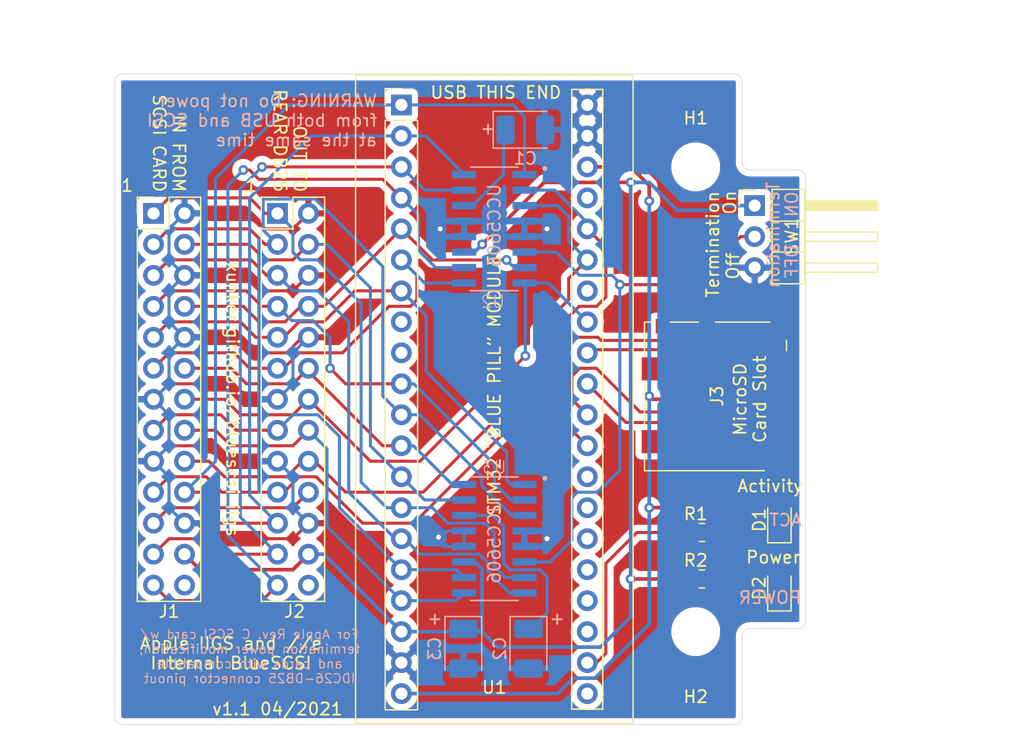
<source format=kicad_pcb>
(kicad_pcb (version 20171130) (host pcbnew "(5.1.8-0-10_14)")
  (layers (0 F.Cu signal) (31 B.Cu signal) (34 B.Paste user) (35 F.Paste user) (36 B.SilkS user) (37 F.SilkS user) (38 B.Mask user) (39 F.Mask user) (44 Edge.Cuts user))
  (net 0 "")
  (net 1 "Net-(U1-Pad37)")
  (net 2 "Net-(U1-Pad34)")
  (net 3 "Net-(U1-Pad8)")
  (net 4 "Net-(U1-Pad9)")
  (net 5 "Net-(U1-Pad28)")
  (net 6 "Net-(U1-Pad25)")
  (net 7 "Net-(U1-Pad24)")
  (net 8 "Net-(U1-Pad23)")
  (net 9 "Net-(U1-Pad21)")
  (net 10 "Net-(J1-Pad26)")
  (net 11 "Net-(J2-Pad26)")
  (net 12 +5V)
  (net 13 GND)
  (net 14 /SCSI_DB4)
  (net 15 /SCSI_DB2)
  (net 16 /SCSI_DB1)
  (net 17 /SCSI_DBP)
  (net 18 /SCSI_SEL)
  (net 19 /SCSI_ATN)
  (net 20 /SCSI_C_D)
  (net 21 /SCSI_DB7)
  (net 22 /SCSI_DB6)
  (net 23 /SCSI_DB5)
  (net 24 /SCSI_DB3)
  (net 25 /SCSI_DB0)
  (net 26 /SCSI_BSY)
  (net 27 /SCSI_ACK)
  (net 28 /SCSI_RST)
  (net 29 /SCSI_I_O)
  (net 30 /SCSI_MSG)
  (net 31 /SCSI_REQ)
  (net 32 /SD_MISO)
  (net 33 /SD_CSK)
  (net 34 +3V3)
  (net 35 /SD_MOSI)
  (net 36 /SD_CS)
  (net 37 "Net-(J3-Pad8)")
  (net 38 "Net-(J3-Pad1)")
  (net 39 "Net-(D2-Pad2)")
  (net 40 "Net-(R1-Pad2)")
  (net 41 "Net-(C1-Pad1)")
  (net 42 "Net-(C2-Pad1)")
  (net 43 /TERM_DISC)
  (net 44 "Net-(D1-Pad1)")
  (net 45 /DEBUG_RX)
  (net 46 /DEBUG_TX)
  (module Capacitor_Tantalum_SMD:CP_EIA-3528-21_Kemet-B_Pad1.50x2.35mm_HandSolder (layer B.Cu) (at 157.48 95.377 270)
    (fp_text reference C3 (at 0 2.35 90) (layer B.SilkS) (effects (justify mirror)))
    (fp_text value "4.7uF, 6.3v")
    (pad 2 smd roundrect (at 1.625 0 270) (size 1.5 2.35) (layers B.Cu B.Paste B.Mask) (roundrect_rratio 0.166667) (net 13 GND))
    (pad 1 smd roundrect (at -1.625 0 270) (size 1.5 2.35) (layers B.Cu B.Paste B.Mask) (roundrect_rratio 0.166667) (net 12 +5V))
  )
  (module Capacitor_Tantalum_SMD:CP_EIA-3528-21_Kemet-B_Pad1.50x2.35mm_HandSolder (layer B.Cu) (at 162.814 95.377 270)
    (fp_text reference C2 (at 0 2.35 90) (layer B.SilkS) (effects (justify mirror)))
    (fp_text value "4.7uF, 6.3v")
    (pad 2 smd roundrect (at 1.625 0 270) (size 1.5 2.35) (layers B.Cu B.Paste B.Mask) (roundrect_rratio 0.166667) (net 13 GND))
    (pad 1 smd roundrect (at -1.625 0 270) (size 1.5 2.35) (layers B.Cu B.Paste B.Mask) (roundrect_rratio 0.166667) (net 42 "Net-(C2-Pad1)"))
  )
  (module Capacitor_Tantalum_SMD:CP_EIA-3528-21_Kemet-B_Pad1.50x2.35mm_HandSolder (layer B.Cu) (at 162.56 52.832)
    (fp_text reference C1 (at 0 2.35) (layer B.SilkS) (effects (justify mirror)))
    (fp_text value "4.7uF, 6.3v")
    (pad 2 smd roundrect (at 1.625 0) (size 1.5 2.35) (layers B.Cu B.Paste B.Mask) (roundrect_rratio 0.166667) (net 13 GND))
    (pad 1 smd roundrect (at -1.625 0) (size 1.5 2.35) (layers B.Cu B.Paste B.Mask) (roundrect_rratio 0.166667) (net 41 "Net-(C1-Pad1)"))
  )
  (module LED_SMD:LED_0805_2012Metric_Pad1.15x1.40mm_HandSolder (layer F.Cu) (at 183.388 90.424 90)
    (fp_text reference D2 (at 0 -1.65 90) (layer F.SilkS))
    (fp_text value LED)
    (pad 2 smd roundrect (at 1.025 0 90) (size 1.15 1.4) (layers F.Cu F.Paste F.Mask) (roundrect_rratio 0.217391) (net 39 "Net-(D2-Pad2)"))
    (pad 1 smd roundrect (at -1.025 0 90) (size 1.15 1.4) (layers F.Cu F.Paste F.Mask) (roundrect_rratio 0.217391) (net 13 GND))
  )
  (module LED_SMD:LED_0805_2012Metric_Pad1.15x1.40mm_HandSolder (layer F.Cu) (at 183.388 84.836 90)
    (fp_text reference D1 (at 0 -1.65 90) (layer F.SilkS))
    (fp_text value LED)
    (pad 2 smd roundrect (at 1.025 0 90) (size 1.15 1.4) (layers F.Cu F.Paste F.Mask) (roundrect_rratio 0.217391) (net 34 +3V3))
    (pad 1 smd roundrect (at -1.025 0 90) (size 1.15 1.4) (layers F.Cu F.Paste F.Mask) (roundrect_rratio 0.217391) (net 44 "Net-(D1-Pad1)"))
  )
  (module Resistor_SMD:R_0805_2012Metric_Pad1.20x1.40mm_HandSolder (layer F.Cu) (at 177.038 89.662 180)
    (fp_text reference R2 (at 0.508 1.524) (layer F.SilkS))
    (fp_text value 470)
    (pad 2 smd roundrect (at 1 0 180) (size 1.2 1.4) (layers F.Cu F.Paste F.Mask) (roundrect_rratio 0.208333) (net 12 +5V))
    (pad 1 smd roundrect (at -1 0 180) (size 1.2 1.4) (layers F.Cu F.Paste F.Mask) (roundrect_rratio 0.208333) (net 39 "Net-(D2-Pad2)"))
  )
  (module Resistor_SMD:R_0805_2012Metric_Pad1.20x1.40mm_HandSolder (layer F.Cu) (at 177.038 85.852 180)
    (fp_text reference R1 (at 0.508 1.524) (layer F.SilkS))
    (fp_text value 330)
    (pad 2 smd roundrect (at 1 0 180) (size 1.2 1.4) (layers F.Cu F.Paste F.Mask) (roundrect_rratio 0.208333) (net 40 "Net-(R1-Pad2)"))
    (pad 1 smd roundrect (at -1 0 180) (size 1.2 1.4) (layers F.Cu F.Paste F.Mask) (roundrect_rratio 0.208333) (net 44 "Net-(D1-Pad1)"))
  )
  (module Connector_PinHeader_2.54mm:PinHeader_1x03_P2.54mm_Horizontal (layer F.Cu) (at 181.356 59.055)
    (fp_text reference SW1 (at 3.048 2.54 90) (layer F.SilkS))
    (fp_text value SW_SPDT)
    (pad 3 thru_hole oval (at 0 5.08) (size 1.7 1.7) (drill 1) (layers *.Cu *.Mask) (net 13 GND))
    (pad 2 thru_hole oval (at 0 2.54) (size 1.7 1.7) (drill 1) (layers *.Cu *.Mask) (net 43 /TERM_DISC))
    (pad 1 thru_hole rect (at 0 0) (size 1.7 1.7) (drill 1) (layers *.Cu *.Mask) (net 12 +5V))
  )
  (module Connector_PinHeader_2.54mm:PinHeader_2x13_P2.54mm_Vertical (layer F.Cu) (at 142.24 59.69)
    (fp_text reference J2 (at 1.397 32.639) (layer F.SilkS))
    (fp_text value Conn_02x13_Odd_Even)
    (pad 26 thru_hole oval (at 2.54 30.48) (size 1.7 1.7) (drill 1) (layers *.Cu *.Mask) (net 11 "Net-(J2-Pad26)"))
    (pad 25 thru_hole oval (at 0 30.48) (size 1.7 1.7) (drill 1) (layers *.Cu *.Mask) (net 21 /SCSI_DB7))
    (pad 24 thru_hole oval (at 2.54 27.94) (size 1.7 1.7) (drill 1) (layers *.Cu *.Mask) (net 12 +5V))
    (pad 23 thru_hole oval (at 0 27.94) (size 1.7 1.7) (drill 1) (layers *.Cu *.Mask) (net 22 /SCSI_DB6))
    (pad 22 thru_hole oval (at 2.54 25.4) (size 1.7 1.7) (drill 1) (layers *.Cu *.Mask) (net 13 GND))
    (pad 21 thru_hole oval (at 0 25.4) (size 1.7 1.7) (drill 1) (layers *.Cu *.Mask) (net 23 /SCSI_DB5))
    (pad 20 thru_hole oval (at 2.54 22.86) (size 1.7 1.7) (drill 1) (layers *.Cu *.Mask) (net 14 /SCSI_DB4))
    (pad 19 thru_hole oval (at 0 22.86) (size 1.7 1.7) (drill 1) (layers *.Cu *.Mask) (net 24 /SCSI_DB3))
    (pad 18 thru_hole oval (at 2.54 20.32) (size 1.7 1.7) (drill 1) (layers *.Cu *.Mask) (net 15 /SCSI_DB2))
    (pad 17 thru_hole oval (at 0 20.32) (size 1.7 1.7) (drill 1) (layers *.Cu *.Mask) (net 13 GND))
    (pad 16 thru_hole oval (at 2.54 17.78) (size 1.7 1.7) (drill 1) (layers *.Cu *.Mask) (net 16 /SCSI_DB1))
    (pad 15 thru_hole oval (at 0 17.78) (size 1.7 1.7) (drill 1) (layers *.Cu *.Mask) (net 25 /SCSI_DB0))
    (pad 14 thru_hole oval (at 2.54 15.24) (size 1.7 1.7) (drill 1) (layers *.Cu *.Mask) (net 17 /SCSI_DBP))
    (pad 13 thru_hole oval (at 0 15.24) (size 1.7 1.7) (drill 1) (layers *.Cu *.Mask) (net 13 GND))
    (pad 12 thru_hole oval (at 2.54 12.7) (size 1.7 1.7) (drill 1) (layers *.Cu *.Mask) (net 18 /SCSI_SEL))
    (pad 11 thru_hole oval (at 0 12.7) (size 1.7 1.7) (drill 1) (layers *.Cu *.Mask) (net 26 /SCSI_BSY))
    (pad 10 thru_hole oval (at 2.54 10.16) (size 1.7 1.7) (drill 1) (layers *.Cu *.Mask) (net 13 GND))
    (pad 9 thru_hole oval (at 0 10.16) (size 1.7 1.7) (drill 1) (layers *.Cu *.Mask) (net 27 /SCSI_ACK))
    (pad 8 thru_hole oval (at 2.54 7.62) (size 1.7 1.7) (drill 1) (layers *.Cu *.Mask) (net 19 /SCSI_ATN))
    (pad 7 thru_hole oval (at 0 7.62) (size 1.7 1.7) (drill 1) (layers *.Cu *.Mask) (net 28 /SCSI_RST))
    (pad 6 thru_hole oval (at 2.54 5.08) (size 1.7 1.7) (drill 1) (layers *.Cu *.Mask) (net 13 GND))
    (pad 5 thru_hole oval (at 0 5.08) (size 1.7 1.7) (drill 1) (layers *.Cu *.Mask) (net 29 /SCSI_I_O))
    (pad 4 thru_hole oval (at 2.54 2.54) (size 1.7 1.7) (drill 1) (layers *.Cu *.Mask) (net 20 /SCSI_C_D))
    (pad 3 thru_hole oval (at 0 2.54) (size 1.7 1.7) (drill 1) (layers *.Cu *.Mask) (net 30 /SCSI_MSG))
    (pad 2 thru_hole oval (at 2.54 0) (size 1.7 1.7) (drill 1) (layers *.Cu *.Mask) (net 13 GND))
    (pad 1 thru_hole rect (at 0 0) (size 1.7 1.7) (drill 1) (layers *.Cu *.Mask) (net 31 /SCSI_REQ))
  )
  (module "my library:YAAJ_BluePill_2" (layer F.Cu) (at 152.4 50.8)
    (fp_text reference U1 (at 7.62 47.752) (layer F.SilkS))
    (fp_text value YAAJ_BluePill hide)
    (pad 40 thru_hole circle (at 15.24 0) (size 1.7 1.7) (drill 1) (layers *.Cu *.Mask) (net 13 GND))
    (pad 1 thru_hole rect (at 0 0) (size 1.7 1.7) (drill 1) (layers *.Cu *.Mask) (net 14 /SCSI_DB4))
    (pad 39 thru_hole circle (at 15.24 2.54) (size 1.7 1.7) (drill 1) (layers *.Cu *.Mask) (net 13 GND))
    (pad 2 thru_hole circle (at 0 2.54) (size 1.7 1.7) (drill 1) (layers *.Cu *.Mask) (net 23 /SCSI_DB5))
    (pad 38 thru_hole circle (at 15.24 5.08) (size 1.7 1.7) (drill 1) (layers *.Cu *.Mask) (net 34 +3V3))
    (pad 3 thru_hole circle (at 0 5.08) (size 1.7 1.7) (drill 1) (layers *.Cu *.Mask) (net 22 /SCSI_DB6))
    (pad 37 thru_hole circle (at 15.24 7.62) (size 1.7 1.7) (drill 1) (layers *.Cu *.Mask) (net 1 "Net-(U1-Pad37)"))
    (pad 4 thru_hole circle (at 0 7.62) (size 1.7 1.7) (drill 1) (layers *.Cu *.Mask) (net 21 /SCSI_DB7))
    (pad 36 thru_hole circle (at 15.24 10.16) (size 1.7 1.7) (drill 1) (layers *.Cu *.Mask) (net 24 /SCSI_DB3))
    (pad 5 thru_hole circle (at 0 10.16) (size 1.7 1.7) (drill 1) (layers *.Cu *.Mask) (net 19 /SCSI_ATN))
    (pad 35 thru_hole circle (at 15.24 12.7) (size 1.7 1.7) (drill 1) (layers *.Cu *.Mask) (net 15 /SCSI_DB2))
    (pad 6 thru_hole circle (at 0 12.7) (size 1.7 1.7) (drill 1) (layers *.Cu *.Mask) (net 26 /SCSI_BSY))
    (pad 34 thru_hole circle (at 15.24 15.24) (size 1.7 1.7) (drill 1) (layers *.Cu *.Mask) (net 2 "Net-(U1-Pad34)"))
    (pad 7 thru_hole circle (at 0 15.24) (size 1.7 1.7) (drill 1) (layers *.Cu *.Mask) (net 27 /SCSI_ACK))
    (pad 33 thru_hole circle (at 15.24 17.78) (size 1.7 1.7) (drill 1) (layers *.Cu *.Mask) (net 17 /SCSI_DBP))
    (pad 8 thru_hole circle (at 0 17.78) (size 1.7 1.7) (drill 1) (layers *.Cu *.Mask) (net 3 "Net-(U1-Pad8)"))
    (pad 32 thru_hole circle (at 15.24 20.32) (size 1.7 1.7) (drill 1) (layers *.Cu *.Mask) (net 35 /SD_MOSI))
    (pad 9 thru_hole circle (at 0 20.32) (size 1.7 1.7) (drill 1) (layers *.Cu *.Mask) (net 4 "Net-(U1-Pad9)"))
    (pad 31 thru_hole circle (at 15.24 22.86) (size 1.7 1.7) (drill 1) (layers *.Cu *.Mask) (net 32 /SD_MISO))
    (pad 10 thru_hole circle (at 0 22.86) (size 1.7 1.7) (drill 1) (layers *.Cu *.Mask) (net 28 /SCSI_RST))
    (pad 30 thru_hole circle (at 15.24 25.4) (size 1.7 1.7) (drill 1) (layers *.Cu *.Mask) (net 33 /SD_CSK))
    (pad 11 thru_hole circle (at 0 25.4) (size 1.7 1.7) (drill 1) (layers *.Cu *.Mask) (net 30 /SCSI_MSG))
    (pad 29 thru_hole circle (at 15.24 27.94) (size 1.7 1.7) (drill 1) (layers *.Cu *.Mask) (net 36 /SD_CS))
    (pad 12 thru_hole circle (at 0 27.94) (size 1.7 1.7) (drill 1) (layers *.Cu *.Mask) (net 18 /SCSI_SEL))
    (pad 28 thru_hole circle (at 15.24 30.48) (size 1.7 1.7) (drill 1) (layers *.Cu *.Mask) (net 5 "Net-(U1-Pad28)"))
    (pad 13 thru_hole circle (at 0 30.48) (size 1.7 1.7) (drill 1) (layers *.Cu *.Mask) (net 20 /SCSI_C_D))
    (pad 27 thru_hole circle (at 15.24 33.02) (size 1.7 1.7) (drill 1) (layers *.Cu *.Mask) (net 45 /DEBUG_RX))
    (pad 14 thru_hole circle (at 0 33.02) (size 1.7 1.7) (drill 1) (layers *.Cu *.Mask) (net 31 /SCSI_REQ))
    (pad 26 thru_hole circle (at 15.24 35.56) (size 1.7 1.7) (drill 1) (layers *.Cu *.Mask) (net 46 /DEBUG_TX))
    (pad 15 thru_hole circle (at 0 35.56) (size 1.7 1.7) (drill 1) (layers *.Cu *.Mask) (net 29 /SCSI_I_O))
    (pad 25 thru_hole circle (at 15.24 38.1) (size 1.7 1.7) (drill 1) (layers *.Cu *.Mask) (net 6 "Net-(U1-Pad25)"))
    (pad 16 thru_hole circle (at 0 38.1) (size 1.7 1.7) (drill 1) (layers *.Cu *.Mask) (net 25 /SCSI_DB0))
    (pad 24 thru_hole circle (at 15.24 40.64) (size 1.7 1.7) (drill 1) (layers *.Cu *.Mask) (net 7 "Net-(U1-Pad24)"))
    (pad 17 thru_hole circle (at 0 40.64) (size 1.7 1.7) (drill 1) (layers *.Cu *.Mask) (net 16 /SCSI_DB1))
    (pad 23 thru_hole circle (at 15.24 43.18) (size 1.7 1.7) (drill 1) (layers *.Cu *.Mask) (net 8 "Net-(U1-Pad23)"))
    (pad 18 thru_hole circle (at 0 43.18) (size 1.7 1.7) (drill 1) (layers *.Cu *.Mask) (net 12 +5V))
    (pad 22 thru_hole circle (at 15.24 45.72) (size 1.7 1.7) (drill 1) (layers *.Cu *.Mask) (net 40 "Net-(R1-Pad2)"))
    (pad 19 thru_hole circle (at 0 45.72) (size 1.7 1.7) (drill 1) (layers *.Cu *.Mask) (net 13 GND))
    (pad 21 thru_hole circle (at 15.24 48.26) (size 1.7 1.7) (drill 1) (layers *.Cu *.Mask) (net 9 "Net-(U1-Pad21)"))
    (pad 20 thru_hole circle (at 0 48.26) (size 1.7 1.7) (drill 1) (layers *.Cu *.Mask) (net 34 +3V3))
  )
  (module "my library:SOIC127P600X175-16N" (layer B.Cu) (at 160.02 86.36 180)
    (fp_text reference U3 (at 0 5.842) (layer B.SilkS) (effects (font (thickness 0.1)) (justify mirror)))
    (fp_text value UCC5606)
    (pad 1 smd rect (at -2.475 4.445 180) (size 1.97 0.6) (layers B.Cu B.Paste B.Mask) (net 27 /SCSI_ACK))
    (pad 2 smd rect (at -2.475 3.175 180) (size 1.97 0.6) (layers B.Cu B.Paste B.Mask) (net 28 /SCSI_RST))
    (pad 3 smd rect (at -2.475 1.905 180) (size 1.97 0.6) (layers B.Cu B.Paste B.Mask) (net 30 /SCSI_MSG))
    (pad 4 smd rect (at -2.475 0.635 180) (size 1.97 0.6) (layers B.Cu B.Paste B.Mask) (net 13 GND))
    (pad 5 smd rect (at -2.475 -0.635 180) (size 1.97 0.6) (layers B.Cu B.Paste B.Mask) (net 13 GND))
    (pad 6 smd rect (at -2.475 -1.905 180) (size 1.97 0.6) (layers B.Cu B.Paste B.Mask) (net 43 /TERM_DISC))
    (pad 7 smd rect (at -2.475 -3.175 180) (size 1.97 0.6) (layers B.Cu B.Paste B.Mask) (net 31 /SCSI_REQ))
    (pad 8 smd rect (at -2.475 -4.445 180) (size 1.97 0.6) (layers B.Cu B.Paste B.Mask) (net 29 /SCSI_I_O))
    (pad 9 smd rect (at 2.475 -4.445 180) (size 1.97 0.6) (layers B.Cu B.Paste B.Mask) (net 16 /SCSI_DB1))
    (pad 10 smd rect (at 2.475 -3.175 180) (size 1.97 0.6) (layers B.Cu B.Paste B.Mask) (net 25 /SCSI_DB0))
    (pad 11 smd rect (at 2.475 -1.905 180) (size 1.97 0.6) (layers B.Cu B.Paste B.Mask) (net 12 +5V))
    (pad 12 smd rect (at 2.475 -0.635 180) (size 1.97 0.6) (layers B.Cu B.Paste B.Mask) (net 13 GND))
    (pad 13 smd rect (at 2.475 0.635 180) (size 1.97 0.6) (layers B.Cu B.Paste B.Mask) (net 13 GND))
    (pad 14 smd rect (at 2.475 1.905 180) (size 1.97 0.6) (layers B.Cu B.Paste B.Mask) (net 42 "Net-(C2-Pad1)"))
    (pad 15 smd rect (at 2.475 3.175 180) (size 1.97 0.6) (layers B.Cu B.Paste B.Mask) (net 20 /SCSI_C_D))
    (pad 16 smd rect (at 2.475 4.445 180) (size 1.97 0.6) (layers B.Cu B.Paste B.Mask) (net 18 /SCSI_SEL))
  )
  (module "my library:SOIC127P600X175-16N" (layer B.Cu) (at 160.02 60.96 180)
    (fp_text reference U2 (at 0.127 -5.969) (layer B.SilkS) (effects (font (thickness 0.1)) (justify mirror)))
    (fp_text value UCC5606)
    (pad 1 smd rect (at -2.475 4.445 180) (size 1.97 0.6) (layers B.Cu B.Paste B.Mask) (net 14 /SCSI_DB4))
    (pad 2 smd rect (at -2.475 3.175 180) (size 1.97 0.6) (layers B.Cu B.Paste B.Mask) (net 24 /SCSI_DB3))
    (pad 3 smd rect (at -2.475 1.905 180) (size 1.97 0.6) (layers B.Cu B.Paste B.Mask) (net 15 /SCSI_DB2))
    (pad 4 smd rect (at -2.475 0.635 180) (size 1.97 0.6) (layers B.Cu B.Paste B.Mask) (net 13 GND))
    (pad 5 smd rect (at -2.475 -0.635 180) (size 1.97 0.6) (layers B.Cu B.Paste B.Mask) (net 13 GND))
    (pad 6 smd rect (at -2.475 -1.905 180) (size 1.97 0.6) (layers B.Cu B.Paste B.Mask) (net 43 /TERM_DISC))
    (pad 7 smd rect (at -2.475 -3.175 180) (size 1.97 0.6) (layers B.Cu B.Paste B.Mask) (net 19 /SCSI_ATN))
    (pad 8 smd rect (at -2.475 -4.445 180) (size 1.97 0.6) (layers B.Cu B.Paste B.Mask) (net 17 /SCSI_DBP))
    (pad 9 smd rect (at 2.475 -4.445 180) (size 1.97 0.6) (layers B.Cu B.Paste B.Mask) (net 26 /SCSI_BSY))
    (pad 10 smd rect (at 2.475 -3.175 180) (size 1.97 0.6) (layers B.Cu B.Paste B.Mask) (net 21 /SCSI_DB7))
    (pad 11 smd rect (at 2.475 -1.905 180) (size 1.97 0.6) (layers B.Cu B.Paste B.Mask) (net 12 +5V))
    (pad 12 smd rect (at 2.475 -0.635 180) (size 1.97 0.6) (layers B.Cu B.Paste B.Mask) (net 13 GND))
    (pad 13 smd rect (at 2.475 0.635 180) (size 1.97 0.6) (layers B.Cu B.Paste B.Mask) (net 13 GND))
    (pad 14 smd rect (at 2.475 1.905 180) (size 1.97 0.6) (layers B.Cu B.Paste B.Mask) (net 41 "Net-(C1-Pad1)"))
    (pad 15 smd rect (at 2.475 3.175 180) (size 1.97 0.6) (layers B.Cu B.Paste B.Mask) (net 22 /SCSI_DB6))
    (pad 16 smd rect (at 2.475 4.445 180) (size 1.97 0.6) (layers B.Cu B.Paste B.Mask) (net 23 /SCSI_DB5))
  )
  (module MountingHole:MountingHole_3mm (layer F.Cu) (at 176.53 93.98)
    (fp_text reference H2 (at 0 5.334) (layer F.SilkS))
    (fp_text value MountingHole)
    (pad 1 np_thru_hole circle (at 0 0) (size 3 3) (drill 3) (layers *.Cu *.Mask))
  )
  (module MountingHole:MountingHole_3mm (layer F.Cu) (at 176.53 55.88)
    (fp_text reference H1 (at 0 -4) (layer F.SilkS))
    (fp_text value MountingHole)
    (pad 1 np_thru_hole circle (at 0 0) (size 3 3) (drill 3) (layers *.Cu *.Mask))
  )
  (module Connector_Card:microSD_HC_Molex_104031-0811 (layer F.Cu) (at 178.15 74.676 270)
    (fp_text reference J3 (at 0 -0.127 90) (layer F.SilkS))
    (fp_text value Micro_SD_Card)
    (pad 11 smd rect (at 3.73 5.375 270) (size 1.9 1.35) (layers F.Cu F.Paste F.Mask))
    (pad 11 smd rect (at -2.24 5.375 270) (size 1.9 1.35) (layers F.Cu F.Paste F.Mask))
    (pad 9 smd rect (at -5.74 0.7 270) (size 1.2 1) (layers F.Cu F.Paste F.Mask) (net 13 GND))
    (pad 10 smd rect (at -5.74 4.4 270) (size 1.2 1) (layers F.Cu F.Paste F.Mask))
    (pad 11 smd rect (at -5.565 -5.325 270) (size 1.55 1.35) (layers F.Cu F.Paste F.Mask))
    (pad 11 smd rect (at 5.755 -5.1 270) (size 1.17 1.8) (layers F.Cu F.Paste F.Mask))
    (pad 7 smd rect (at 3.495 -5.45 270) (size 0.85 1.1) (layers F.Cu F.Paste F.Mask) (net 32 /SD_MISO))
    (pad 6 smd rect (at 2.395 -5.45 270) (size 0.85 1.1) (layers F.Cu F.Paste F.Mask) (net 13 GND))
    (pad 5 smd rect (at 1.295 -5.45 270) (size 0.85 1.1) (layers F.Cu F.Paste F.Mask) (net 33 /SD_CSK))
    (pad 4 smd rect (at 0.195 -5.45 270) (size 0.85 1.1) (layers F.Cu F.Paste F.Mask) (net 34 +3V3))
    (pad 3 smd rect (at -0.905 -5.45 270) (size 0.85 1.1) (layers F.Cu F.Paste F.Mask) (net 35 /SD_MOSI))
    (pad 2 smd rect (at -2.005 -5.45 270) (size 0.85 1.1) (layers F.Cu F.Paste F.Mask) (net 36 /SD_CS))
    (pad 8 smd rect (at 4.545 -5.45 270) (size 0.75 1.1) (layers F.Cu F.Paste F.Mask) (net 37 "Net-(J3-Pad8)"))
    (pad 1 smd rect (at -3.105 -5.45 270) (size 0.85 1.1) (layers F.Cu F.Paste F.Mask) (net 38 "Net-(J3-Pad1)"))
  )
  (module Connector_PinHeader_2.54mm:PinHeader_2x13_P2.54mm_Vertical (layer F.Cu) (at 132.08 59.69)
    (fp_text reference J1 (at 1.27 32.639) (layer F.SilkS))
    (fp_text value Conn_02x13_Odd_Even)
    (pad 26 thru_hole oval (at 2.54 30.48) (size 1.7 1.7) (drill 1) (layers *.Cu *.Mask) (net 10 "Net-(J1-Pad26)"))
    (pad 25 thru_hole oval (at 0 30.48) (size 1.7 1.7) (drill 1) (layers *.Cu *.Mask) (net 21 /SCSI_DB7))
    (pad 24 thru_hole oval (at 2.54 27.94) (size 1.7 1.7) (drill 1) (layers *.Cu *.Mask) (net 12 +5V))
    (pad 23 thru_hole oval (at 0 27.94) (size 1.7 1.7) (drill 1) (layers *.Cu *.Mask) (net 22 /SCSI_DB6))
    (pad 22 thru_hole oval (at 2.54 25.4) (size 1.7 1.7) (drill 1) (layers *.Cu *.Mask) (net 13 GND))
    (pad 21 thru_hole oval (at 0 25.4) (size 1.7 1.7) (drill 1) (layers *.Cu *.Mask) (net 23 /SCSI_DB5))
    (pad 20 thru_hole oval (at 2.54 22.86) (size 1.7 1.7) (drill 1) (layers *.Cu *.Mask) (net 14 /SCSI_DB4))
    (pad 19 thru_hole oval (at 0 22.86) (size 1.7 1.7) (drill 1) (layers *.Cu *.Mask) (net 24 /SCSI_DB3))
    (pad 18 thru_hole oval (at 2.54 20.32) (size 1.7 1.7) (drill 1) (layers *.Cu *.Mask) (net 15 /SCSI_DB2))
    (pad 17 thru_hole oval (at 0 20.32) (size 1.7 1.7) (drill 1) (layers *.Cu *.Mask) (net 13 GND))
    (pad 16 thru_hole oval (at 2.54 17.78) (size 1.7 1.7) (drill 1) (layers *.Cu *.Mask) (net 16 /SCSI_DB1))
    (pad 15 thru_hole oval (at 0 17.78) (size 1.7 1.7) (drill 1) (layers *.Cu *.Mask) (net 25 /SCSI_DB0))
    (pad 14 thru_hole oval (at 2.54 15.24) (size 1.7 1.7) (drill 1) (layers *.Cu *.Mask) (net 17 /SCSI_DBP))
    (pad 13 thru_hole oval (at 0 15.24) (size 1.7 1.7) (drill 1) (layers *.Cu *.Mask) (net 13 GND))
    (pad 12 thru_hole oval (at 2.54 12.7) (size 1.7 1.7) (drill 1) (layers *.Cu *.Mask) (net 18 /SCSI_SEL))
    (pad 11 thru_hole oval (at 0 12.7) (size 1.7 1.7) (drill 1) (layers *.Cu *.Mask) (net 26 /SCSI_BSY))
    (pad 10 thru_hole oval (at 2.54 10.16) (size 1.7 1.7) (drill 1) (layers *.Cu *.Mask) (net 13 GND))
    (pad 9 thru_hole oval (at 0 10.16) (size 1.7 1.7) (drill 1) (layers *.Cu *.Mask) (net 27 /SCSI_ACK))
    (pad 8 thru_hole oval (at 2.54 7.62) (size 1.7 1.7) (drill 1) (layers *.Cu *.Mask) (net 19 /SCSI_ATN))
    (pad 7 thru_hole oval (at 0 7.62) (size 1.7 1.7) (drill 1) (layers *.Cu *.Mask) (net 28 /SCSI_RST))
    (pad 6 thru_hole oval (at 2.54 5.08) (size 1.7 1.7) (drill 1) (layers *.Cu *.Mask) (net 13 GND))
    (pad 5 thru_hole oval (at 0 5.08) (size 1.7 1.7) (drill 1) (layers *.Cu *.Mask) (net 29 /SCSI_I_O))
    (pad 4 thru_hole oval (at 2.54 2.54) (size 1.7 1.7) (drill 1) (layers *.Cu *.Mask) (net 20 /SCSI_C_D))
    (pad 3 thru_hole oval (at 0 2.54) (size 1.7 1.7) (drill 1) (layers *.Cu *.Mask) (net 30 /SCSI_MSG))
    (pad 2 thru_hole oval (at 2.54 0) (size 1.7 1.7) (drill 1) (layers *.Cu *.Mask) (net 13 GND))
    (pad 1 thru_hole rect (at 0 0) (size 1.7 1.7) (drill 1) (layers *.Cu *.Mask) (net 31 /SCSI_REQ))
  )
  (gr_text "WARNING: Do not power\nfrom both USB and SCSI\nat the same time" (at 150.495 52.07) (layer B.SilkS) (effects (font (size 1 1)) (justify left mirror)))
  (gr_line (start 180.975 93.726) (end 184.912 93.726) (layer Edge.Cuts) (width 0.05))
  (gr_line (start 180.34 94.361) (end 180.34 100.965) (layer Edge.Cuts) (width 0.05))
  (gr_arc (start 180.975 94.361) (end 180.975 93.726) (angle -90) (layer Edge.Cuts) (width 0.05))
  (gr_arc (start 184.912 93.091) (end 184.912 93.726) (angle -90) (layer Edge.Cuts) (width 0.05))
  (gr_line (start 180.975 56.134) (end 184.912 56.134) (layer Edge.Cuts) (width 0.05))
  (gr_arc (start 184.912 56.769) (end 185.547 56.769) (angle -90) (layer Edge.Cuts) (width 0.05))
  (gr_line (start 180.34 48.895) (end 180.34 55.499) (layer Edge.Cuts) (width 0.05))
  (gr_arc (start 180.975 55.499) (end 180.34 55.499) (angle -90) (layer Edge.Cuts) (width 0.05))
  (gr_text UCC5606 (at 160.02 60.706 90) (layer B.SilkS) (effects (font (size 1 1)) (justify mirror)))
  (gr_text UCC5606 (at 160.02 86.614 90) (layer B.SilkS) (effects (font (size 1 1)) (justify mirror)))
  (gr_text "For Apple Rev. C SCSI card w/\ntermination power modification,\nand cards with compatible\nIDC26-DB25 connector pinout" (at 139.954 96.012) (layer B.SilkS) (effects (font (size 0.75 0.75) (thickness 0.1)) (justify mirror)))
  (gr_arc (start 179.705 48.895) (end 180.34 48.895) (angle -90) (layer Edge.Cuts) (width 0.05))
  (gr_arc (start 179.705 100.965) (end 179.705 101.6) (angle -90) (layer Edge.Cuts) (width 0.05))
  (gr_arc (start 129.54 100.965) (end 128.905 100.965) (angle -90) (layer Edge.Cuts) (width 0.05))
  (gr_arc (start 129.54 48.895) (end 129.54 48.26) (angle -90) (layer Edge.Cuts) (width 0.05))
  (gr_text "MicroSD\nCard Slot" (at 180.975 74.93 90) (layer F.SilkS) (effects (font (size 1 1))))
  (gr_text Off (at 179.578 64.008 90) (layer F.SilkS) (effects (font (size 1 1))))
  (gr_text On (at 179.324 58.801 90) (layer F.SilkS) (effects (font (size 1 1))))
  (gr_text Termination (at 177.927 62.23 90) (layer F.SilkS) (effects (font (size 1 1))))
  (gr_text Power (at 182.88 87.884) (layer F.SilkS) (effects (font (size 1 1))))
  (gr_text Activity (at 182.626 82.042) (layer F.SilkS) (effects (font (size 1 1))))
  (gr_text xunker.github.io/bluescsi_iigs (at 138.557 74.93 270) (layer F.SilkS) (effects (font (size 1 1))))
  (gr_text "v1.1 04/2021" (at 142.24 100.33) (layer F.SilkS) (effects (font (size 1 1))))
  (gr_text "Apple IIGS and //e\nInternal BlueSCSI" (at 138.43 95.758) (layer F.SilkS) (effects (font (size 1 1))))
  (gr_text + (at 155.067 92.964 90) (layer B.SilkS) (effects (font (size 1 1)) (justify mirror)))
  (gr_text + (at 165.1 92.964 90) (layer B.SilkS) (effects (font (size 1 1)) (justify mirror)))
  (gr_text + (at 159.512 52.705) (layer B.SilkS) (effects (font (size 1 1)) (justify mirror)))
  (gr_text "ON   OFF" (at 184.404 61.468 90) (layer B.SilkS) (effects (font (size 1 1)) (justify mirror)))
  (gr_text POWER (at 182.626 91.186) (layer B.SilkS) (effects (font (size 1 1)) (justify mirror)))
  (gr_text ACT (at 183.896 84.836) (layer B.SilkS) (effects (font (size 1 1)) (justify mirror)))
  (gr_text Termination (at 182.88 61.468 90) (layer B.SilkS) (effects (font (size 1 1)) (justify mirror)))
  (gr_text "STM32 “BLUE PILL” MODULE" (at 160.02 73.787 90) (layer F.SilkS) (effects (font (size 1 1))))
  (gr_text 1 (at 129.921 57.404) (layer F.SilkS) (effects (font (size 1 1))))
  (gr_text 1 (at 140.081 57.404) (layer F.SilkS) (effects (font (size 1 1))))
  (gr_text "USB THIS END" (at 160.147 49.784) (layer F.SilkS) (effects (font (size 1 1))))
  (gr_text "OUT TO\nREAR DB25\n" (at 143.256 58.039 270) (layer F.SilkS) (effects (font (size 1 1)) (justify right)))
  (gr_text "IN FROM\nSCSI CARD" (at 133.35 58.039 270) (layer F.SilkS) (effects (font (size 1 1)) (justify right)))
  (gr_line (start 129.54 48.26) (end 179.705 48.26) (layer Edge.Cuts) (width 0.05))
  (gr_line (start 128.905 100.965) (end 128.905 48.895) (layer Edge.Cuts) (width 0.05))
  (gr_line (start 179.705 101.6) (end 129.54 101.6) (layer Edge.Cuts) (width 0.05))
  (gr_line (start 185.547 56.769) (end 185.547 93.091) (layer Edge.Cuts) (width 0.05))
  (segment (start 146.05 87.63) (end 152.4 93.98) (width 0.3) (layer B.Cu) (net 12))
  (segment (start 144.78 87.63) (end 146.05 87.63) (width 0.3) (layer B.Cu) (net 12))
  (segment (start 171.196 57.15) (end 171.196 57.15) (width 0.3) (layer B.Cu) (net 12))
  (via (at 171.196 57.15) (size 0.8) (drill 0.4) (layers F.Cu B.Cu) (net 12))
  (via (at 159.02532 62.233641) (size 0.8) (drill 0.4) (layers F.Cu B.Cu) (net 12))
  (segment (start 171.196 57.15) (end 164.108961 57.15) (width 0.3) (layer F.Cu) (net 12))
  (segment (start 157.545 62.865) (end 158.393961 62.865) (width 0.3) (layer B.Cu) (net 12))
  (segment (start 164.108961 57.15) (end 159.02532 62.233641) (width 0.3) (layer F.Cu) (net 12))
  (segment (start 158.393961 62.865) (end 159.02532 62.233641) (width 0.3) (layer B.Cu) (net 12))
  (segment (start 171.196 57.15) (end 171.196 89.662) (width 0.3) (layer B.Cu) (net 12))
  (via (at 171.196 89.662) (size 0.8) (drill 0.4) (layers F.Cu B.Cu) (net 12))
  (segment (start 176.038 89.662) (end 171.196 89.662) (width 0.3) (layer F.Cu) (net 12))
  (segment (start 157.545 88.265) (end 158.4265 88.265) (width 0.3) (layer B.Cu) (net 12))
  (segment (start 158.75 93.98) (end 152.4 93.98) (width 0.3) (layer B.Cu) (net 12))
  (segment (start 159.004 93.726) (end 158.75 93.98) (width 0.3) (layer B.Cu) (net 12))
  (segment (start 159.004 88.8425) (end 159.004 93.726) (width 0.3) (layer B.Cu) (net 12))
  (segment (start 158.4265 88.265) (end 159.004 88.8425) (width 0.3) (layer B.Cu) (net 12))
  (segment (start 171.196 92.7735) (end 171.196 89.662) (width 0.3) (layer B.Cu) (net 12))
  (segment (start 168.7195 95.25) (end 171.196 92.7735) (width 0.3) (layer B.Cu) (net 12))
  (segment (start 160.28075 95.25) (end 168.7195 95.25) (width 0.3) (layer B.Cu) (net 12))
  (segment (start 158.99725 93.9665) (end 160.28075 95.25) (width 0.3) (layer B.Cu) (net 12))
  (segment (start 156.718 93.9665) (end 158.99725 93.9665) (width 0.3) (layer B.Cu) (net 12))
  (segment (start 143.51 88.9) (end 144.78 87.63) (width 0.3) (layer F.Cu) (net 12))
  (segment (start 135.89 88.9) (end 143.51 88.9) (width 0.3) (layer F.Cu) (net 12))
  (segment (start 134.62 87.63) (end 135.89 88.9) (width 0.3) (layer F.Cu) (net 12))
  (segment (start 178.181 59.055) (end 181.356 59.055) (width 0.3) (layer B.Cu) (net 12))
  (segment (start 177.8 59.436) (end 178.181 59.055) (width 0.3) (layer B.Cu) (net 12))
  (segment (start 175.006 59.436) (end 177.8 59.436) (width 0.3) (layer B.Cu) (net 12))
  (segment (start 172.72 57.15) (end 175.006 59.436) (width 0.3) (layer B.Cu) (net 12))
  (segment (start 171.196 57.15) (end 172.72 57.15) (width 0.3) (layer B.Cu) (net 12))
  (via (at 155.448 86.233) (size 0.8) (drill 0.4) (layers F.Cu B.Cu) (net 13))
  (segment (start 155.575 85.725) (end 155.067 86.233) (width 0.25) (layer B.Cu) (net 13))
  (segment (start 157.545 85.725) (end 155.575 85.725) (width 0.25) (layer B.Cu) (net 13))
  (segment (start 155.829 86.995) (end 155.067 86.233) (width 0.25) (layer B.Cu) (net 13))
  (segment (start 157.545 86.995) (end 155.829 86.995) (width 0.25) (layer B.Cu) (net 13))
  (segment (start 157.545 85.725) (end 157.545 86.995) (width 0.25) (layer B.Cu) (net 13))
  (segment (start 157.545 60.325) (end 162.495 60.325) (width 0.25) (layer B.Cu) (net 13))
  (segment (start 157.418 61.468) (end 157.545 61.595) (width 0.25) (layer B.Cu) (net 13))
  (via (at 155.575 60.96) (size 0.8) (drill 0.4) (layers F.Cu B.Cu) (net 13))
  (segment (start 143.51 66.04) (end 144.78 64.77) (width 0.25) (layer F.Cu) (net 13))
  (segment (start 139.954 64.77) (end 141.224 66.04) (width 0.25) (layer F.Cu) (net 13))
  (segment (start 141.224 66.04) (end 143.51 66.04) (width 0.25) (layer F.Cu) (net 13))
  (segment (start 134.62 64.77) (end 139.954 64.77) (width 0.25) (layer F.Cu) (net 13))
  (segment (start 143.51 86.36) (end 144.78 85.09) (width 0.25) (layer F.Cu) (net 13))
  (segment (start 136.906 86.36) (end 143.51 86.36) (width 0.25) (layer F.Cu) (net 13))
  (segment (start 135.636 85.09) (end 136.906 86.36) (width 0.25) (layer F.Cu) (net 13))
  (segment (start 134.62 85.09) (end 135.636 85.09) (width 0.25) (layer F.Cu) (net 13))
  (segment (start 133.35 78.74) (end 132.08 80.01) (width 0.25) (layer F.Cu) (net 13))
  (segment (start 136.906 78.74) (end 133.35 78.74) (width 0.25) (layer F.Cu) (net 13))
  (segment (start 138.176 80.01) (end 136.906 78.74) (width 0.25) (layer F.Cu) (net 13))
  (segment (start 142.24 80.01) (end 138.176 80.01) (width 0.25) (layer F.Cu) (net 13))
  (segment (start 139.446 74.93) (end 142.24 74.93) (width 0.25) (layer F.Cu) (net 13))
  (segment (start 133.35 73.66) (end 138.176 73.66) (width 0.25) (layer F.Cu) (net 13))
  (segment (start 138.176 73.66) (end 139.446 74.93) (width 0.25) (layer F.Cu) (net 13))
  (segment (start 132.08 74.93) (end 133.35 73.66) (width 0.25) (layer F.Cu) (net 13))
  (segment (start 143.51 60.96) (end 144.78 59.69) (width 0.25) (layer F.Cu) (net 13))
  (segment (start 141.224 60.96) (end 143.51 60.96) (width 0.25) (layer F.Cu) (net 13))
  (segment (start 139.954 59.69) (end 141.224 60.96) (width 0.25) (layer F.Cu) (net 13))
  (segment (start 134.62 59.69) (end 139.954 59.69) (width 0.25) (layer F.Cu) (net 13))
  (via (at 164.338 60.96) (size 0.8) (drill 0.4) (layers F.Cu B.Cu) (net 13))
  (via (at 164.338 86.36) (size 0.8) (drill 0.4) (layers F.Cu B.Cu) (net 13))
  (segment (start 144.272 69.85) (end 144.78 69.85) (width 0.25) (layer F.Cu) (net 13))
  (segment (start 140.208 71.12) (end 143.002 71.12) (width 0.25) (layer F.Cu) (net 13))
  (segment (start 138.938 69.85) (end 140.208 71.12) (width 0.25) (layer F.Cu) (net 13))
  (segment (start 143.002 71.12) (end 144.272 69.85) (width 0.25) (layer F.Cu) (net 13))
  (segment (start 134.62 69.85) (end 138.938 69.85) (width 0.25) (layer F.Cu) (net 13))
  (segment (start 143.51 73.66) (end 142.24 74.93) (width 0.25) (layer B.Cu) (net 13))
  (segment (start 143.51 71.12) (end 143.51 73.66) (width 0.25) (layer B.Cu) (net 13))
  (segment (start 144.78 69.85) (end 143.51 71.12) (width 0.25) (layer B.Cu) (net 13))
  (segment (start 143.51 83.82) (end 144.78 85.09) (width 0.25) (layer B.Cu) (net 13))
  (segment (start 143.51 81.28) (end 143.51 83.82) (width 0.25) (layer B.Cu) (net 13))
  (segment (start 142.24 80.01) (end 143.51 81.28) (width 0.25) (layer B.Cu) (net 13))
  (segment (start 133.35 83.82) (end 134.62 85.09) (width 0.25) (layer B.Cu) (net 13))
  (segment (start 133.35 81.28) (end 133.35 83.82) (width 0.25) (layer B.Cu) (net 13))
  (segment (start 132.08 80.01) (end 133.35 81.28) (width 0.25) (layer B.Cu) (net 13))
  (segment (start 133.35 73.66) (end 132.08 74.93) (width 0.25) (layer B.Cu) (net 13))
  (segment (start 133.35 71.12) (end 133.35 73.66) (width 0.25) (layer B.Cu) (net 13))
  (segment (start 134.62 69.85) (end 133.35 71.12) (width 0.25) (layer B.Cu) (net 13))
  (segment (start 133.35 76.2) (end 132.08 74.93) (width 0.25) (layer B.Cu) (net 13))
  (segment (start 133.35 78.74) (end 133.35 76.2) (width 0.25) (layer B.Cu) (net 13))
  (segment (start 132.08 80.01) (end 133.35 78.74) (width 0.25) (layer B.Cu) (net 13))
  (segment (start 133.35 60.96) (end 133.35 63.5) (width 0.25) (layer B.Cu) (net 13))
  (segment (start 133.35 63.5) (end 134.62 64.77) (width 0.25) (layer B.Cu) (net 13))
  (segment (start 134.62 59.69) (end 133.35 60.96) (width 0.25) (layer B.Cu) (net 13))
  (segment (start 133.35 68.58) (end 134.62 69.85) (width 0.25) (layer B.Cu) (net 13))
  (segment (start 133.35 66.04) (end 133.35 68.58) (width 0.25) (layer B.Cu) (net 13))
  (segment (start 134.62 64.77) (end 133.35 66.04) (width 0.25) (layer B.Cu) (net 13))
  (segment (start 162.495 51.751) (end 162.495 56.515) (width 0.25) (layer B.Cu) (net 14))
  (segment (start 161.544 50.8) (end 162.495 51.751) (width 0.25) (layer B.Cu) (net 14))
  (segment (start 152.4 50.8) (end 161.544 50.8) (width 0.25) (layer B.Cu) (net 14))
  (segment (start 137.414 83.82) (end 143.51 83.82) (width 0.25) (layer F.Cu) (net 14))
  (segment (start 143.51 83.82) (end 144.78 82.55) (width 0.25) (layer F.Cu) (net 14))
  (segment (start 136.144 82.55) (end 137.414 83.82) (width 0.25) (layer F.Cu) (net 14))
  (segment (start 134.62 82.55) (end 136.144 82.55) (width 0.25) (layer F.Cu) (net 14))
  (segment (start 143.198998 50.8) (end 151.3 50.8) (width 0.25) (layer B.Cu) (net 14))
  (segment (start 151.3 50.8) (end 152.4 50.8) (width 0.25) (layer B.Cu) (net 14))
  (segment (start 134.62 82.55) (end 137.16 80.01) (width 0.25) (layer B.Cu) (net 14))
  (segment (start 137.16 56.838998) (end 143.198998 50.8) (width 0.25) (layer B.Cu) (net 14))
  (segment (start 137.16 80.01) (end 137.16 56.838998) (width 0.25) (layer B.Cu) (net 14))
  (segment (start 166.116 61.976) (end 167.64 63.5) (width 0.25) (layer B.Cu) (net 15))
  (segment (start 166.116 59.944) (end 166.116 61.976) (width 0.25) (layer B.Cu) (net 15))
  (segment (start 165.227 59.055) (end 166.116 59.944) (width 0.25) (layer B.Cu) (net 15))
  (segment (start 162.495 59.055) (end 165.227 59.055) (width 0.25) (layer B.Cu) (net 15))
  (segment (start 144.272 80.01) (end 144.78 80.01) (width 0.25) (layer F.Cu) (net 15))
  (segment (start 137.89025 81.28) (end 143.002 81.28) (width 0.25) (layer F.Cu) (net 15))
  (segment (start 143.002 81.28) (end 144.272 80.01) (width 0.25) (layer F.Cu) (net 15))
  (segment (start 136.62025 80.01) (end 137.89025 81.28) (width 0.25) (layer F.Cu) (net 15))
  (segment (start 134.62 80.01) (end 136.62025 80.01) (width 0.25) (layer F.Cu) (net 15))
  (segment (start 166.116 65.024) (end 167.64 63.5) (width 0.25) (layer F.Cu) (net 15))
  (segment (start 166.116 66.763002) (end 166.116 65.024) (width 0.25) (layer F.Cu) (net 15))
  (segment (start 163.576 69.303002) (end 166.116 66.763002) (width 0.25) (layer F.Cu) (net 15))
  (segment (start 147.828 82.55) (end 154.178 82.55) (width 0.25) (layer F.Cu) (net 15))
  (segment (start 145.288 80.01) (end 147.828 82.55) (width 0.25) (layer F.Cu) (net 15))
  (segment (start 163.576 73.152) (end 163.576 69.303002) (width 0.25) (layer F.Cu) (net 15))
  (segment (start 154.178 82.55) (end 163.576 73.152) (width 0.25) (layer F.Cu) (net 15))
  (segment (start 144.78 80.01) (end 145.288 80.01) (width 0.25) (layer F.Cu) (net 15))
  (segment (start 156.91 91.44) (end 157.545 90.805) (width 0.25) (layer B.Cu) (net 16))
  (segment (start 152.4 91.44) (end 156.91 91.44) (width 0.25) (layer B.Cu) (net 16))
  (segment (start 152.4 90.970998) (end 152.4 91.44) (width 0.25) (layer F.Cu) (net 16))
  (segment (start 138.43 78.74) (end 143.51 78.74) (width 0.25) (layer F.Cu) (net 16))
  (segment (start 143.51 78.74) (end 144.78 77.47) (width 0.25) (layer F.Cu) (net 16))
  (segment (start 137.16 77.47) (end 138.43 78.74) (width 0.25) (layer F.Cu) (net 16))
  (segment (start 134.62 77.47) (end 137.16 77.47) (width 0.25) (layer F.Cu) (net 16))
  (segment (start 146.304 85.344) (end 152.4 91.44) (width 0.25) (layer B.Cu) (net 16))
  (segment (start 146.304 78.994) (end 146.304 85.344) (width 0.25) (layer B.Cu) (net 16))
  (segment (start 144.78 77.47) (end 146.304 78.994) (width 0.25) (layer B.Cu) (net 16))
  (segment (start 167.475412 68.58) (end 167.64 68.58) (width 0.25) (layer F.Cu) (net 17))
  (segment (start 164.465 65.405) (end 162.495 65.405) (width 0.25) (layer B.Cu) (net 17))
  (segment (start 167.64 68.58) (end 164.465 65.405) (width 0.25) (layer B.Cu) (net 17))
  (segment (start 143.51 76.2) (end 144.78 74.93) (width 0.25) (layer F.Cu) (net 17))
  (segment (start 139.192 76.2) (end 143.51 76.2) (width 0.25) (layer F.Cu) (net 17))
  (segment (start 137.922 74.93) (end 139.192 76.2) (width 0.25) (layer F.Cu) (net 17))
  (segment (start 134.62 74.93) (end 137.922 74.93) (width 0.25) (layer F.Cu) (net 17))
  (segment (start 162.56 71.374) (end 162.56 71.374) (width 0.25) (layer F.Cu) (net 17))
  (via (at 162.56 71.374) (size 0.8) (drill 0.4) (layers F.Cu B.Cu) (net 17))
  (segment (start 162.56 68.58) (end 162.56 71.374) (width 0.25) (layer B.Cu) (net 17))
  (segment (start 162.56 65.532) (end 162.56 68.58) (width 0.25) (layer B.Cu) (net 17))
  (segment (start 153.924 80.01) (end 162.56 71.374) (width 0.25) (layer F.Cu) (net 17))
  (segment (start 149.86 80.01) (end 153.924 80.01) (width 0.25) (layer F.Cu) (net 17))
  (segment (start 144.78 74.93) (end 149.86 80.01) (width 0.25) (layer F.Cu) (net 17))
  (segment (start 151.892 79.248) (end 152.4 78.74) (width 0.25) (layer B.Cu) (net 18))
  (segment (start 156.56 81.915) (end 157.545 81.915) (width 0.25) (layer B.Cu) (net 18))
  (segment (start 153.385 78.74) (end 156.56 81.915) (width 0.25) (layer B.Cu) (net 18))
  (segment (start 152.4 78.74) (end 153.385 78.74) (width 0.25) (layer B.Cu) (net 18))
  (segment (start 143.51 73.66) (end 144.78 72.39) (width 0.25) (layer F.Cu) (net 18))
  (segment (start 139.7 73.66) (end 143.51 73.66) (width 0.25) (layer F.Cu) (net 18))
  (segment (start 138.43 72.39) (end 139.7 73.66) (width 0.25) (layer F.Cu) (net 18))
  (segment (start 134.62 72.39) (end 138.43 72.39) (width 0.25) (layer F.Cu) (net 18))
  (segment (start 150.876 78.74) (end 152.4 78.74) (width 0.25) (layer F.Cu) (net 18))
  (segment (start 144.78 72.644) (end 150.876 78.74) (width 0.25) (layer F.Cu) (net 18))
  (segment (start 144.78 72.39) (end 144.78 72.644) (width 0.25) (layer F.Cu) (net 18))
  (segment (start 152.4 60.96) (end 152.4 61.468) (width 0.25) (layer B.Cu) (net 19))
  (segment (start 146.05 67.31) (end 152.4 60.96) (width 0.25) (layer F.Cu) (net 19))
  (segment (start 144.78 67.31) (end 146.05 67.31) (width 0.25) (layer F.Cu) (net 19))
  (segment (start 142.87359 68.58) (end 144.14359 67.31) (width 0.25) (layer F.Cu) (net 19))
  (segment (start 139.446 67.31) (end 140.716 68.58) (width 0.25) (layer F.Cu) (net 19))
  (segment (start 134.62 67.31) (end 139.446 67.31) (width 0.25) (layer F.Cu) (net 19))
  (segment (start 140.716 68.58) (end 142.87359 68.58) (width 0.25) (layer F.Cu) (net 19))
  (segment (start 144.14359 67.31) (end 144.78 67.31) (width 0.25) (layer F.Cu) (net 19))
  (via (at 161.020008 63.511302) (size 0.8) (drill 0.4) (layers F.Cu B.Cu) (net 19))
  (segment (start 161.643706 64.135) (end 161.020008 63.511302) (width 0.25) (layer B.Cu) (net 19))
  (segment (start 152.4 60.96) (end 154.951302 63.511302) (width 0.25) (layer F.Cu) (net 19))
  (segment (start 162.495 64.135) (end 161.643706 64.135) (width 0.25) (layer B.Cu) (net 19))
  (segment (start 154.951302 63.511302) (end 161.020008 63.511302) (width 0.25) (layer F.Cu) (net 19))
  (segment (start 154.305 83.185) (end 157.545 83.185) (width 0.25) (layer B.Cu) (net 20))
  (segment (start 152.4 81.28) (end 154.305 83.185) (width 0.25) (layer B.Cu) (net 20))
  (segment (start 143.51 63.5) (end 144.78 62.23) (width 0.25) (layer F.Cu) (net 20))
  (segment (start 141.224 63.5) (end 143.51 63.5) (width 0.25) (layer F.Cu) (net 20))
  (segment (start 139.954 62.23) (end 141.224 63.5) (width 0.25) (layer F.Cu) (net 20))
  (segment (start 134.62 62.23) (end 139.954 62.23) (width 0.25) (layer F.Cu) (net 20))
  (segment (start 149.86 65.786) (end 149.86 78.74) (width 0.25) (layer B.Cu) (net 20))
  (segment (start 146.304 62.23) (end 149.86 65.786) (width 0.25) (layer B.Cu) (net 20))
  (segment (start 149.86 78.74) (end 152.4 81.28) (width 0.25) (layer B.Cu) (net 20))
  (segment (start 144.78 62.23) (end 146.304 62.23) (width 0.25) (layer B.Cu) (net 20))
  (segment (start 155.2067 64.135) (end 157.545 64.135) (width 0.25) (layer B.Cu) (net 21))
  (segment (start 153.797 62.7253) (end 155.2067 64.135) (width 0.25) (layer B.Cu) (net 21))
  (segment (start 153.797 59.817) (end 153.797 62.7253) (width 0.25) (layer B.Cu) (net 21))
  (segment (start 152.4 58.42) (end 153.797 59.817) (width 0.25) (layer B.Cu) (net 21))
  (via (at 139.446 56.134) (size 0.8) (drill 0.4) (layers F.Cu B.Cu) (net 21))
  (segment (start 142.24 90.17) (end 138.176 86.106) (width 0.25) (layer B.Cu) (net 21))
  (segment (start 138.176 86.106) (end 138.176 57.404) (width 0.25) (layer B.Cu) (net 21))
  (segment (start 138.176 57.404) (end 139.446 56.134) (width 0.25) (layer B.Cu) (net 21))
  (segment (start 139.954 56.134) (end 139.446 56.134) (width 0.25) (layer F.Cu) (net 21))
  (segment (start 140.716 56.896) (end 139.954 56.134) (width 0.25) (layer F.Cu) (net 21))
  (segment (start 150.876 56.896) (end 140.716 56.896) (width 0.25) (layer F.Cu) (net 21))
  (segment (start 152.4 58.42) (end 150.876 56.896) (width 0.25) (layer F.Cu) (net 21))
  (segment (start 140.97 91.44) (end 142.24 90.17) (width 0.25) (layer F.Cu) (net 21))
  (segment (start 133.35 91.44) (end 140.97 91.44) (width 0.25) (layer F.Cu) (net 21))
  (segment (start 132.08 90.17) (end 133.35 91.44) (width 0.25) (layer F.Cu) (net 21))
  (segment (start 154.305 57.785) (end 157.545 57.785) (width 0.25) (layer B.Cu) (net 22))
  (segment (start 152.4 55.88) (end 154.305 57.785) (width 0.25) (layer B.Cu) (net 22))
  (via (at 140.969994 55.88) (size 0.8) (drill 0.4) (layers F.Cu B.Cu) (net 22))
  (segment (start 152.4 55.88) (end 140.969994 55.88) (width 0.25) (layer F.Cu) (net 22))
  (segment (start 142.24 87.63) (end 139.192 84.582) (width 0.25) (layer B.Cu) (net 22))
  (segment (start 139.192 84.582) (end 139.192 57.657994) (width 0.25) (layer B.Cu) (net 22))
  (segment (start 139.192 57.657994) (end 140.969994 55.88) (width 0.25) (layer B.Cu) (net 22))
  (segment (start 136.652 87.63) (end 142.24 87.63) (width 0.25) (layer F.Cu) (net 22))
  (segment (start 135.382 86.36) (end 136.652 87.63) (width 0.25) (layer F.Cu) (net 22))
  (segment (start 133.35 86.36) (end 135.382 86.36) (width 0.25) (layer F.Cu) (net 22))
  (segment (start 132.08 87.63) (end 133.35 86.36) (width 0.25) (layer F.Cu) (net 22))
  (segment (start 154.37 53.34) (end 157.545 56.515) (width 0.25) (layer B.Cu) (net 23))
  (segment (start 152.4 53.34) (end 154.37 53.34) (width 0.25) (layer B.Cu) (net 23))
  (segment (start 135.89 83.82) (end 137.16 85.09) (width 0.25) (layer F.Cu) (net 23))
  (segment (start 137.16 85.09) (end 142.24 85.09) (width 0.25) (layer F.Cu) (net 23))
  (segment (start 133.35 83.82) (end 135.89 83.82) (width 0.25) (layer F.Cu) (net 23))
  (segment (start 132.08 85.09) (end 133.35 83.82) (width 0.25) (layer F.Cu) (net 23))
  (segment (start 145.034 53.34) (end 152.4 53.34) (width 0.25) (layer B.Cu) (net 23))
  (segment (start 139.954 58.42) (end 145.034 53.34) (width 0.25) (layer B.Cu) (net 23))
  (segment (start 139.954 82.804) (end 139.954 58.42) (width 0.25) (layer B.Cu) (net 23))
  (segment (start 142.24 85.09) (end 139.954 82.804) (width 0.25) (layer B.Cu) (net 23))
  (segment (start 167.64 60.452) (end 167.64 60.96) (width 0.25) (layer B.Cu) (net 24))
  (segment (start 164.973 57.785) (end 167.64 60.452) (width 0.25) (layer B.Cu) (net 24))
  (segment (start 162.495 57.785) (end 164.973 57.785) (width 0.25) (layer B.Cu) (net 24))
  (segment (start 137.668 82.55) (end 142.24 82.55) (width 0.25) (layer F.Cu) (net 24))
  (segment (start 133.35 81.28) (end 136.398 81.28) (width 0.25) (layer F.Cu) (net 24))
  (segment (start 136.398 81.28) (end 137.668 82.55) (width 0.25) (layer F.Cu) (net 24))
  (segment (start 132.08 82.55) (end 133.35 81.28) (width 0.25) (layer F.Cu) (net 24))
  (segment (start 169.164 62.484) (end 167.64 60.96) (width 0.25) (layer F.Cu) (net 24))
  (segment (start 166.981 67.31) (end 168.402 67.31) (width 0.25) (layer F.Cu) (net 24))
  (segment (start 144.037499 81.28) (end 145.41359 81.28) (width 0.25) (layer F.Cu) (net 24))
  (segment (start 164.592 69.699) (end 166.981 67.31) (width 0.25) (layer F.Cu) (net 24))
  (segment (start 164.592 73.914) (end 164.592 69.699) (width 0.25) (layer F.Cu) (net 24))
  (segment (start 153.416 85.09) (end 164.592 73.914) (width 0.25) (layer F.Cu) (net 24))
  (segment (start 169.164 66.548) (end 169.164 62.484) (width 0.25) (layer F.Cu) (net 24))
  (segment (start 149.22359 85.09) (end 153.416 85.09) (width 0.25) (layer F.Cu) (net 24))
  (segment (start 168.402 67.31) (end 169.164 66.548) (width 0.25) (layer F.Cu) (net 24))
  (segment (start 145.41359 81.28) (end 149.22359 85.09) (width 0.25) (layer F.Cu) (net 24))
  (segment (start 142.767499 82.55) (end 144.037499 81.28) (width 0.25) (layer F.Cu) (net 24))
  (segment (start 142.24 82.55) (end 142.767499 82.55) (width 0.25) (layer F.Cu) (net 24))
  (segment (start 151.892 88.9) (end 152.4 88.9) (width 0.25) (layer F.Cu) (net 25))
  (segment (start 138.85792 77.47) (end 142.24 77.47) (width 0.25) (layer F.Cu) (net 25))
  (segment (start 137.58792 76.2) (end 138.85792 77.47) (width 0.25) (layer F.Cu) (net 25))
  (segment (start 133.35 76.2) (end 137.58792 76.2) (width 0.25) (layer F.Cu) (net 25))
  (segment (start 132.08 77.47) (end 133.35 76.2) (width 0.25) (layer F.Cu) (net 25))
  (segment (start 152.4 88.9) (end 156.91 88.9) (width 0.25) (layer B.Cu) (net 25))
  (segment (start 156.91 88.9) (end 157.545 89.535) (width 0.25) (layer B.Cu) (net 25))
  (segment (start 147.32 83.82) (end 152.4 88.9) (width 0.25) (layer B.Cu) (net 25))
  (segment (start 147.32 77.978) (end 147.32 83.82) (width 0.25) (layer B.Cu) (net 25))
  (segment (start 145.542 76.2) (end 147.32 77.978) (width 0.25) (layer B.Cu) (net 25))
  (segment (start 143.51 76.2) (end 145.542 76.2) (width 0.25) (layer B.Cu) (net 25))
  (segment (start 142.24 77.47) (end 143.51 76.2) (width 0.25) (layer B.Cu) (net 25))
  (segment (start 154.305 65.405) (end 152.4 63.5) (width 0.25) (layer B.Cu) (net 26))
  (segment (start 157.545 65.405) (end 154.305 65.405) (width 0.25) (layer B.Cu) (net 26))
  (segment (start 138.684 71.12) (end 139.954 72.39) (width 0.25) (layer F.Cu) (net 26))
  (segment (start 139.954 72.39) (end 142.24 72.39) (width 0.25) (layer F.Cu) (net 26))
  (segment (start 133.35 71.12) (end 138.684 71.12) (width 0.25) (layer F.Cu) (net 26))
  (segment (start 132.08 72.39) (end 133.35 71.12) (width 0.25) (layer F.Cu) (net 26))
  (segment (start 153.67 64.77) (end 152.4 63.5) (width 0.25) (layer F.Cu) (net 26))
  (segment (start 147.574 71.12) (end 151.384 67.31) (width 0.25) (layer F.Cu) (net 26))
  (segment (start 142.24 72.39) (end 142.757749 72.39) (width 0.25) (layer F.Cu) (net 26))
  (segment (start 144.027749 71.12) (end 147.574 71.12) (width 0.25) (layer F.Cu) (net 26))
  (segment (start 151.384 67.31) (end 153.142501 67.31) (width 0.25) (layer F.Cu) (net 26))
  (segment (start 142.757749 72.39) (end 144.027749 71.12) (width 0.25) (layer F.Cu) (net 26))
  (segment (start 153.142501 67.31) (end 153.67 66.782501) (width 0.25) (layer F.Cu) (net 26))
  (segment (start 153.67 66.782501) (end 153.67 64.77) (width 0.25) (layer F.Cu) (net 26))
  (segment (start 152.305001 65.945001) (end 152.4 66.04) (width 0.25) (layer B.Cu) (net 27))
  (segment (start 161.417 81.915) (end 162.495 81.915) (width 0.25) (layer B.Cu) (net 27))
  (segment (start 161.036 81.534) (end 161.417 81.915) (width 0.25) (layer B.Cu) (net 27))
  (segment (start 161.036 79.248) (end 161.036 81.534) (width 0.25) (layer B.Cu) (net 27))
  (segment (start 154.432 72.644) (end 161.036 79.248) (width 0.25) (layer B.Cu) (net 27))
  (segment (start 154.432 68.072) (end 154.432 72.644) (width 0.25) (layer B.Cu) (net 27))
  (segment (start 152.4 66.04) (end 154.432 68.072) (width 0.25) (layer B.Cu) (net 27))
  (segment (start 152.4 65.424499) (end 152.4 66.04) (width 0.25) (layer F.Cu) (net 27))
  (segment (start 139.192 68.58) (end 140.462 69.85) (width 0.25) (layer F.Cu) (net 27))
  (segment (start 140.462 69.85) (end 142.24 69.85) (width 0.25) (layer F.Cu) (net 27))
  (segment (start 133.35 68.58) (end 139.192 68.58) (width 0.25) (layer F.Cu) (net 27))
  (segment (start 132.08 69.85) (end 133.35 68.58) (width 0.25) (layer F.Cu) (net 27))
  (segment (start 148.59 66.04) (end 152.4 66.04) (width 0.25) (layer F.Cu) (net 27))
  (segment (start 144.018 68.58) (end 146.05 68.58) (width 0.25) (layer F.Cu) (net 27))
  (segment (start 142.748 69.85) (end 144.018 68.58) (width 0.25) (layer F.Cu) (net 27))
  (segment (start 146.05 68.58) (end 148.59 66.04) (width 0.25) (layer F.Cu) (net 27))
  (segment (start 142.24 69.85) (end 142.748 69.85) (width 0.25) (layer F.Cu) (net 27))
  (segment (start 161.417 83.185) (end 162.495 83.185) (width 0.25) (layer B.Cu) (net 28))
  (segment (start 160.02 81.788) (end 161.417 83.185) (width 0.25) (layer B.Cu) (net 28))
  (segment (start 160.02 80.264) (end 160.02 81.788) (width 0.25) (layer B.Cu) (net 28))
  (segment (start 153.416 73.66) (end 160.02 80.264) (width 0.25) (layer B.Cu) (net 28))
  (segment (start 152.4 73.66) (end 153.416 73.66) (width 0.25) (layer B.Cu) (net 28))
  (segment (start 140.953949 67.31) (end 142.24 67.31) (width 0.25) (layer F.Cu) (net 28))
  (segment (start 139.683949 66.04) (end 140.953949 67.31) (width 0.25) (layer F.Cu) (net 28))
  (segment (start 133.35 66.04) (end 139.683949 66.04) (width 0.25) (layer F.Cu) (net 28))
  (segment (start 132.08 67.31) (end 133.35 66.04) (width 0.25) (layer F.Cu) (net 28))
  (via (at 146.558 72.39) (size 0.8) (drill 0.4) (layers F.Cu B.Cu) (net 28))
  (segment (start 147.828 73.66) (end 146.558 72.39) (width 0.25) (layer F.Cu) (net 28))
  (segment (start 142.24 67.31) (end 143.415001 68.485001) (width 0.25) (layer B.Cu) (net 28))
  (segment (start 143.415001 68.485001) (end 145.154003 68.485001) (width 0.25) (layer B.Cu) (net 28))
  (segment (start 152.4 73.66) (end 147.828 73.66) (width 0.25) (layer F.Cu) (net 28))
  (segment (start 145.154003 68.485001) (end 146.558 69.888998) (width 0.25) (layer B.Cu) (net 28))
  (segment (start 146.558 69.888998) (end 146.558 72.39) (width 0.25) (layer B.Cu) (net 28))
  (segment (start 141.34959 64.77) (end 142.24 64.77) (width 0.25) (layer F.Cu) (net 29))
  (segment (start 140.07959 63.5) (end 141.34959 64.77) (width 0.25) (layer F.Cu) (net 29))
  (segment (start 133.35 63.5) (end 140.07959 63.5) (width 0.25) (layer F.Cu) (net 29))
  (segment (start 132.08 64.77) (end 133.35 63.5) (width 0.25) (layer F.Cu) (net 29))
  (segment (start 158.780002 87.63) (end 159.512 88.361998) (width 0.25) (layer B.Cu) (net 29))
  (segment (start 152.4 86.36) (end 152.654 86.36) (width 0.25) (layer B.Cu) (net 29))
  (segment (start 161.26 90.805) (end 162.495 90.805) (width 0.25) (layer B.Cu) (net 29))
  (segment (start 152.654 86.36) (end 153.924 87.63) (width 0.25) (layer B.Cu) (net 29))
  (segment (start 159.512 88.361998) (end 159.512 89.057) (width 0.25) (layer B.Cu) (net 29))
  (segment (start 153.924 87.63) (end 158.780002 87.63) (width 0.25) (layer B.Cu) (net 29))
  (segment (start 159.512 89.057) (end 161.26 90.805) (width 0.25) (layer B.Cu) (net 29))
  (segment (start 143.51 66.04) (end 145.542 66.04) (width 0.25) (layer B.Cu) (net 29))
  (segment (start 145.542 66.04) (end 148.082 68.58) (width 0.25) (layer B.Cu) (net 29))
  (segment (start 148.082 82.55) (end 151.892 86.36) (width 0.25) (layer B.Cu) (net 29))
  (segment (start 151.892 86.36) (end 152.4 86.36) (width 0.25) (layer B.Cu) (net 29))
  (segment (start 148.082 68.58) (end 148.082 82.55) (width 0.25) (layer B.Cu) (net 29))
  (segment (start 142.24 64.77) (end 143.51 66.04) (width 0.25) (layer B.Cu) (net 29))
  (segment (start 153.924 76.2) (end 159.004 81.28) (width 0.25) (layer B.Cu) (net 30))
  (segment (start 152.4 76.2) (end 153.924 76.2) (width 0.25) (layer B.Cu) (net 30))
  (segment (start 161.432001 84.455) (end 162.495 84.455) (width 0.25) (layer B.Cu) (net 30))
  (segment (start 159.004 82.026999) (end 161.432001 84.455) (width 0.25) (layer B.Cu) (net 30))
  (segment (start 159.004 81.28) (end 159.004 82.026999) (width 0.25) (layer B.Cu) (net 30))
  (segment (start 141.22259 62.23) (end 142.24 62.23) (width 0.25) (layer F.Cu) (net 30))
  (segment (start 139.95259 60.96) (end 141.22259 62.23) (width 0.25) (layer F.Cu) (net 30))
  (segment (start 133.35 60.96) (end 139.95259 60.96) (width 0.25) (layer F.Cu) (net 30))
  (segment (start 132.08 62.23) (end 133.35 60.96) (width 0.25) (layer F.Cu) (net 30))
  (segment (start 150.876 74.676) (end 152.4 76.2) (width 0.25) (layer B.Cu) (net 30))
  (segment (start 150.876 64.046998) (end 150.876 74.676) (width 0.25) (layer B.Cu) (net 30))
  (segment (start 141.129999 58.514999) (end 145.344001 58.514999) (width 0.25) (layer B.Cu) (net 30))
  (segment (start 141.064999 58.579999) (end 141.129999 58.514999) (width 0.25) (layer B.Cu) (net 30))
  (segment (start 141.064999 61.054999) (end 141.064999 58.579999) (width 0.25) (layer B.Cu) (net 30))
  (segment (start 145.344001 58.514999) (end 150.876 64.046998) (width 0.25) (layer B.Cu) (net 30))
  (segment (start 142.24 62.23) (end 141.064999 61.054999) (width 0.25) (layer B.Cu) (net 30))
  (segment (start 142.113 59.817) (end 142.145001 59.784999) (width 0.25) (layer F.Cu) (net 31))
  (segment (start 160.02 85.852) (end 160.02 88.646) (width 0.25) (layer B.Cu) (net 31))
  (segment (start 152.4 83.82) (end 154.94 83.82) (width 0.25) (layer B.Cu) (net 31))
  (segment (start 160.909 89.535) (end 162.495 89.535) (width 0.25) (layer B.Cu) (net 31))
  (segment (start 160.02 88.646) (end 160.909 89.535) (width 0.25) (layer B.Cu) (net 31))
  (segment (start 154.94 83.82) (end 156.21 85.09) (width 0.25) (layer B.Cu) (net 31))
  (segment (start 156.21 85.09) (end 159.258 85.09) (width 0.25) (layer B.Cu) (net 31))
  (segment (start 159.258 85.09) (end 160.02 85.852) (width 0.25) (layer B.Cu) (net 31))
  (segment (start 141.224 59.69) (end 142.24 59.69) (width 0.25) (layer F.Cu) (net 31))
  (segment (start 139.954 58.42) (end 141.224 59.69) (width 0.25) (layer F.Cu) (net 31))
  (segment (start 133.35 58.42) (end 139.954 58.42) (width 0.25) (layer F.Cu) (net 31))
  (segment (start 132.08 59.69) (end 133.35 58.42) (width 0.25) (layer F.Cu) (net 31))
  (segment (start 151.197919 83.82) (end 152.4 83.82) (width 0.25) (layer B.Cu) (net 31))
  (segment (start 149.098 67.075499) (end 149.098 81.720081) (width 0.25) (layer B.Cu) (net 31))
  (segment (start 142.24 59.69) (end 143.51 60.96) (width 0.25) (layer B.Cu) (net 31))
  (segment (start 144.121 63.5) (end 145.522501 63.5) (width 0.25) (layer B.Cu) (net 31))
  (segment (start 143.51 62.889) (end 144.121 63.5) (width 0.25) (layer B.Cu) (net 31))
  (segment (start 149.098 81.720081) (end 151.197919 83.82) (width 0.25) (layer B.Cu) (net 31))
  (segment (start 145.522501 63.5) (end 149.098 67.075499) (width 0.25) (layer B.Cu) (net 31))
  (segment (start 143.51 60.96) (end 143.51 62.889) (width 0.25) (layer B.Cu) (net 31))
  (segment (start 170.815 76.835) (end 167.64 73.66) (width 0.25) (layer F.Cu) (net 32))
  (segment (start 183.758 78.171) (end 182.88 78.171) (width 0.25) (layer F.Cu) (net 32))
  (segment (start 181.544 76.835) (end 170.815 76.835) (width 0.25) (layer F.Cu) (net 32))
  (segment (start 182.88 78.171) (end 181.544 76.835) (width 0.25) (layer F.Cu) (net 32))
  (segment (start 171.963501 75.971) (end 183.758 75.971) (width 0.25) (layer F.Cu) (net 33))
  (segment (start 168.382501 72.39) (end 171.963501 75.971) (width 0.25) (layer F.Cu) (net 33))
  (segment (start 167.024499 72.39) (end 168.382501 72.39) (width 0.25) (layer F.Cu) (net 33))
  (segment (start 166.37 74.93) (end 166.37 73.044499) (width 0.25) (layer F.Cu) (net 33))
  (segment (start 166.37 73.044499) (end 167.024499 72.39) (width 0.25) (layer F.Cu) (net 33))
  (segment (start 167.64 76.2) (end 166.37 74.93) (width 0.25) (layer F.Cu) (net 33))
  (via (at 172.72 83.82) (size 0.8) (drill 0.4) (layers F.Cu B.Cu) (net 34))
  (segment (start 172.72 83.82) (end 172.72 74.676) (width 0.3) (layer B.Cu) (net 34))
  (via (at 172.72 74.676) (size 0.8) (drill 0.4) (layers F.Cu B.Cu) (net 34))
  (via (at 172.72 58.674004) (size 0.8) (drill 0.4) (layers F.Cu B.Cu) (net 34))
  (segment (start 172.72 74.676) (end 172.72 58.674004) (width 0.3) (layer B.Cu) (net 34))
  (segment (start 172.729 83.811) (end 172.72 83.82) (width 0.3) (layer F.Cu) (net 34))
  (segment (start 183.388 83.811) (end 172.729 83.811) (width 0.3) (layer F.Cu) (net 34))
  (segment (start 172.72 57.404) (end 172.72 58.674004) (width 0.3) (layer F.Cu) (net 34))
  (segment (start 171.196 55.88) (end 172.72 57.404) (width 0.3) (layer F.Cu) (net 34))
  (segment (start 167.64 55.88) (end 171.196 55.88) (width 0.3) (layer F.Cu) (net 34))
  (segment (start 168.275 97.79) (end 172.72 93.345) (width 0.3) (layer B.Cu) (net 34))
  (segment (start 165.227 99.06) (end 166.497 97.79) (width 0.3) (layer B.Cu) (net 34))
  (segment (start 152.4 99.06) (end 165.227 99.06) (width 0.3) (layer B.Cu) (net 34))
  (segment (start 166.497 97.79) (end 168.275 97.79) (width 0.3) (layer B.Cu) (net 34))
  (segment (start 172.72 93.345) (end 172.72 83.82) (width 0.3) (layer B.Cu) (net 34))
  (segment (start 183.699 74.93) (end 172.974 74.93) (width 0.3) (layer F.Cu) (net 34))
  (segment (start 172.974 74.93) (end 172.72 74.676) (width 0.3) (layer F.Cu) (net 34))
  (segment (start 183.758 74.871) (end 183.699 74.93) (width 0.3) (layer F.Cu) (net 34))
  (segment (start 173.482 70.866) (end 176.387 73.771) (width 0.25) (layer F.Cu) (net 35))
  (segment (start 176.387 73.771) (end 183.758 73.771) (width 0.25) (layer F.Cu) (net 35))
  (segment (start 168.456455 70.866) (end 173.482 70.866) (width 0.25) (layer F.Cu) (net 35))
  (segment (start 168.202455 71.12) (end 168.456455 70.866) (width 0.25) (layer F.Cu) (net 35))
  (segment (start 167.64 71.12) (end 168.202455 71.12) (width 0.25) (layer F.Cu) (net 35))
  (segment (start 174.244 70.104) (end 176.811 72.671) (width 0.25) (layer F.Cu) (net 36))
  (segment (start 168.763501 70.104) (end 174.244 70.104) (width 0.25) (layer F.Cu) (net 36))
  (segment (start 176.811 72.671) (end 183.758 72.671) (width 0.25) (layer F.Cu) (net 36))
  (segment (start 165.608 76.708) (end 165.608 71.012499) (width 0.25) (layer F.Cu) (net 36))
  (segment (start 166.770499 69.85) (end 168.509501 69.85) (width 0.25) (layer F.Cu) (net 36))
  (segment (start 165.608 71.012499) (end 166.770499 69.85) (width 0.25) (layer F.Cu) (net 36))
  (segment (start 168.509501 69.85) (end 168.763501 70.104) (width 0.25) (layer F.Cu) (net 36))
  (segment (start 167.64 78.74) (end 165.608 76.708) (width 0.25) (layer F.Cu) (net 36))
  (segment (start 178.308 89.408) (end 183.871 89.408) (width 0.25) (layer F.Cu) (net 39))
  (segment (start 168.402 96.52) (end 167.64 96.52) (width 0.25) (layer F.Cu) (net 40))
  (segment (start 169.164 88.392) (end 169.164 95.758) (width 0.25) (layer F.Cu) (net 40))
  (segment (start 171.704 85.852) (end 169.164 88.392) (width 0.25) (layer F.Cu) (net 40))
  (segment (start 169.164 95.758) (end 168.402 96.52) (width 0.25) (layer F.Cu) (net 40))
  (segment (start 176.038 85.852) (end 171.704 85.852) (width 0.25) (layer F.Cu) (net 40))
  (segment (start 157.545 59.055) (end 158.23 59.055) (width 0.25) (layer B.Cu) (net 41))
  (segment (start 160.782 56.503) (end 160.782 53.768) (width 0.25) (layer B.Cu) (net 41))
  (segment (start 160.782 53.768) (end 161.21 53.34) (width 0.25) (layer B.Cu) (net 41))
  (segment (start 158.23 59.055) (end 160.782 56.503) (width 0.25) (layer B.Cu) (net 41))
  (segment (start 164.338 92.456) (end 163.322 93.472) (width 0.25) (layer B.Cu) (net 42))
  (segment (start 164.338 89.507998) (end 164.338 92.456) (width 0.25) (layer B.Cu) (net 42))
  (segment (start 163.740001 88.909999) (end 164.338 89.507998) (width 0.25) (layer B.Cu) (net 42))
  (segment (start 157.545 84.455) (end 159.893 84.455) (width 0.25) (layer B.Cu) (net 42))
  (segment (start 161.299999 88.909999) (end 163.740001 88.909999) (width 0.25) (layer B.Cu) (net 42))
  (segment (start 160.782 85.344) (end 160.782 88.392) (width 0.25) (layer B.Cu) (net 42))
  (segment (start 160.782 88.392) (end 161.299999 88.909999) (width 0.25) (layer B.Cu) (net 42))
  (segment (start 159.893 84.455) (end 160.782 85.344) (width 0.25) (layer B.Cu) (net 42))
  (via (at 170.307 65.532004) (size 0.8) (drill 0.4) (layers F.Cu B.Cu) (net 43))
  (segment (start 164.592 88.265) (end 162.495 88.265) (width 0.25) (layer B.Cu) (net 43))
  (segment (start 166.37 82.950499) (end 166.37 86.487) (width 0.25) (layer B.Cu) (net 43))
  (segment (start 166.770499 82.55) (end 166.37 82.950499) (width 0.25) (layer B.Cu) (net 43))
  (segment (start 166.37 86.487) (end 164.592 88.265) (width 0.25) (layer B.Cu) (net 43))
  (segment (start 170.307 80.752501) (end 168.509501 82.55) (width 0.25) (layer B.Cu) (net 43))
  (segment (start 168.509501 82.55) (end 166.770499 82.55) (width 0.25) (layer B.Cu) (net 43))
  (segment (start 165.1 62.865) (end 167.005 64.77) (width 0.25) (layer B.Cu) (net 43))
  (segment (start 169.672 64.77) (end 170.307 65.405) (width 0.25) (layer B.Cu) (net 43))
  (segment (start 170.307 65.405) (end 170.307 80.752501) (width 0.25) (layer B.Cu) (net 43))
  (segment (start 167.005 64.77) (end 169.672 64.77) (width 0.25) (layer B.Cu) (net 43))
  (segment (start 162.495 62.865) (end 165.1 62.865) (width 0.25) (layer B.Cu) (net 43))
  (segment (start 180.213 61.595) (end 176.275996 65.532004) (width 0.25) (layer F.Cu) (net 43))
  (segment (start 176.275996 65.532004) (end 170.307 65.532004) (width 0.25) (layer F.Cu) (net 43))
  (segment (start 181.356 61.595) (end 180.213 61.595) (width 0.25) (layer F.Cu) (net 43))
  (segment (start 178.047 85.861) (end 183.388 85.861) (width 0.25) (layer F.Cu) (net 44))
  (segment (start 178.038 85.852) (end 178.047 85.861) (width 0.25) (layer F.Cu) (net 44))
  (zone (net 13) (net_name GND) (layer B.Cu) (connect_pads (clearance 0.508)) (min_thickness 0.254) (fill yes (arc_segments 32) (thermal_gap 0.508) (thermal_bridge_width 0.508))
    (polygon (pts (xy 186.69 102.87) (xy 128.27 102.87) (xy 128.27 46.99) (xy 186.69 46.99)))
  )
  (zone (net 13) (net_name GND) (layer F.Cu) (connect_pads (clearance 0.508)) (min_thickness 0.254) (fill yes (arc_segments 32) (thermal_gap 0.508) (thermal_bridge_width 0.508))
    (polygon (pts (xy 186.69 102.87) (xy 128.27 102.87) (xy 128.27 46.99) (xy 186.69 46.99)))
  )
)
</source>
